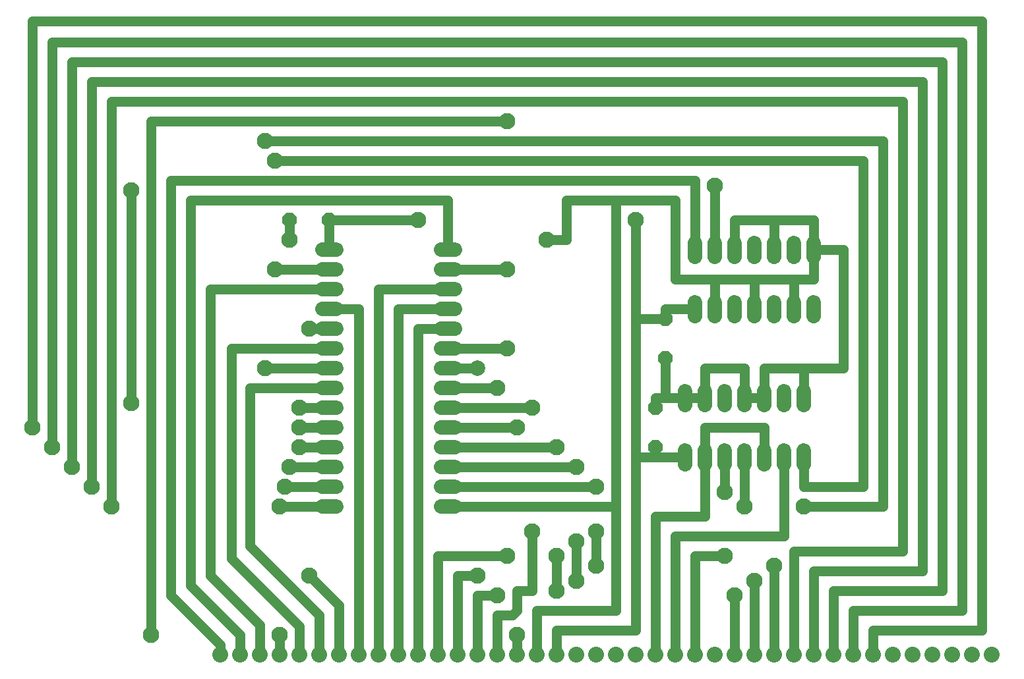
<source format=gbr>
G04 EAGLE Gerber RS-274X export*
G75*
%MOMM*%
%FSLAX34Y34*%
%LPD*%
%INBottom Copper*%
%IPPOS*%
%AMOC8*
5,1,8,0,0,1.08239X$1,22.5*%
G01*
%ADD10C,1.828800*%
%ADD11C,2.032000*%
%ADD12P,1.979475X8X112.500000*%
%ADD13P,1.979475X8X292.500000*%
%ADD14P,1.979475X8X202.500000*%
%ADD15C,2.100000*%
%ADD16C,1.270000*%
%ADD17C,2.000000*%


D10*
X561594Y-311150D02*
X543306Y-311150D01*
X543306Y-336550D02*
X561594Y-336550D01*
X561594Y-361950D02*
X543306Y-361950D01*
X543306Y-387350D02*
X561594Y-387350D01*
X561594Y-412750D02*
X543306Y-412750D01*
X543306Y-438150D02*
X561594Y-438150D01*
X561594Y-463550D02*
X543306Y-463550D01*
X543306Y-488950D02*
X561594Y-488950D01*
X561594Y-514350D02*
X543306Y-514350D01*
X543306Y-539750D02*
X561594Y-539750D01*
X561594Y-565150D02*
X543306Y-565150D01*
X543306Y-590550D02*
X561594Y-590550D01*
X561594Y-615950D02*
X543306Y-615950D01*
X543306Y-641350D02*
X561594Y-641350D01*
X409194Y-641350D02*
X390906Y-641350D01*
X390906Y-615950D02*
X409194Y-615950D01*
X409194Y-590550D02*
X390906Y-590550D01*
X390906Y-565150D02*
X409194Y-565150D01*
X409194Y-539750D02*
X390906Y-539750D01*
X390906Y-514350D02*
X409194Y-514350D01*
X409194Y-488950D02*
X390906Y-488950D01*
X390906Y-463550D02*
X409194Y-463550D01*
X409194Y-438150D02*
X390906Y-438150D01*
X390906Y-412750D02*
X409194Y-412750D01*
X409194Y-387350D02*
X390906Y-387350D01*
X390906Y-361950D02*
X409194Y-361950D01*
X409194Y-336550D02*
X390906Y-336550D01*
X390906Y-311150D02*
X409194Y-311150D01*
X857250Y-492506D02*
X857250Y-510794D01*
X882650Y-510794D02*
X882650Y-492506D01*
X1009650Y-492506D02*
X1009650Y-510794D01*
X1009650Y-568706D02*
X1009650Y-586994D01*
X908050Y-510794D02*
X908050Y-492506D01*
X933450Y-492506D02*
X933450Y-510794D01*
X984250Y-510794D02*
X984250Y-492506D01*
X958850Y-492506D02*
X958850Y-510794D01*
X984250Y-568706D02*
X984250Y-586994D01*
X958850Y-586994D02*
X958850Y-568706D01*
X933450Y-568706D02*
X933450Y-586994D01*
X908050Y-586994D02*
X908050Y-568706D01*
X882650Y-568706D02*
X882650Y-586994D01*
X857250Y-586994D02*
X857250Y-568706D01*
X869950Y-320294D02*
X869950Y-302006D01*
X895350Y-302006D02*
X895350Y-320294D01*
X1022350Y-320294D02*
X1022350Y-302006D01*
X1022350Y-378206D02*
X1022350Y-396494D01*
X920750Y-320294D02*
X920750Y-302006D01*
X946150Y-302006D02*
X946150Y-320294D01*
X996950Y-320294D02*
X996950Y-302006D01*
X971550Y-302006D02*
X971550Y-320294D01*
X996950Y-378206D02*
X996950Y-396494D01*
X971550Y-396494D02*
X971550Y-378206D01*
X946150Y-378206D02*
X946150Y-396494D01*
X920750Y-396494D02*
X920750Y-378206D01*
X895350Y-378206D02*
X895350Y-396494D01*
X869950Y-396494D02*
X869950Y-378206D01*
D11*
X260350Y-831850D03*
X285750Y-831850D03*
X311150Y-831850D03*
X336550Y-831850D03*
X361950Y-831850D03*
X387350Y-831850D03*
X412750Y-831850D03*
X438150Y-831850D03*
X463550Y-831850D03*
X488950Y-831850D03*
X514350Y-831850D03*
X539750Y-831850D03*
X565150Y-831850D03*
X590550Y-831850D03*
X615950Y-831850D03*
X641350Y-831850D03*
X666750Y-831850D03*
X692150Y-831850D03*
X717550Y-831850D03*
X742950Y-831850D03*
X768350Y-831850D03*
X793750Y-831850D03*
X819150Y-831850D03*
X844550Y-831850D03*
X869950Y-831850D03*
X895350Y-831850D03*
X920750Y-831850D03*
X946150Y-831850D03*
X971550Y-831850D03*
X996950Y-831850D03*
X1022350Y-831850D03*
X1047750Y-831850D03*
X1073150Y-831850D03*
X1098550Y-831850D03*
X1123950Y-831850D03*
X1149350Y-831850D03*
X1174750Y-831850D03*
X1200150Y-831850D03*
X1225550Y-831850D03*
X1250950Y-831850D03*
D12*
X819150Y-565150D03*
X819150Y-514350D03*
D13*
X831850Y-400050D03*
X831850Y-450850D03*
D14*
X400050Y-273050D03*
X349250Y-273050D03*
D15*
X679450Y-298450D03*
X349250Y-298450D03*
D16*
X819150Y-501650D02*
X831850Y-501650D01*
X857250Y-501650D01*
X882650Y-501650D01*
X882650Y-463550D01*
X933450Y-463550D01*
X933450Y-501650D01*
X958850Y-501650D01*
X958850Y-463550D01*
X1009650Y-463550D01*
X1009650Y-501650D01*
X1009650Y-463550D02*
X1060450Y-463550D01*
X1060450Y-311150D01*
X1022350Y-311150D01*
X920750Y-311150D02*
X920750Y-273050D01*
X971550Y-273050D01*
X971550Y-311150D01*
X971550Y-273050D02*
X1022350Y-273050D01*
X996950Y-349250D02*
X996950Y-387350D01*
X996950Y-349250D02*
X1022350Y-349250D01*
X1022350Y-311150D01*
X996950Y-349250D02*
X946150Y-349250D01*
X946150Y-387350D01*
X946150Y-349250D02*
X895350Y-349250D01*
X895350Y-387350D01*
X819150Y-501650D02*
X819150Y-514350D01*
X831850Y-501650D02*
X831850Y-450850D01*
X704850Y-298450D02*
X704850Y-247650D01*
X768350Y-247650D01*
X844550Y-247650D01*
X844550Y-349250D01*
X895350Y-349250D01*
X704850Y-298450D02*
X679450Y-298450D01*
X1022350Y-311150D02*
X1022350Y-273050D01*
X666750Y-774700D02*
X666750Y-831850D01*
X666750Y-774700D02*
X768350Y-774700D01*
X768350Y-641350D01*
X552450Y-641350D01*
X768350Y-641350D02*
X768350Y-247650D01*
X349250Y-273050D02*
X349250Y-298450D01*
X793750Y-577850D02*
X793750Y-800100D01*
X793750Y-577850D02*
X793750Y-400050D01*
X819150Y-577850D02*
X857250Y-577850D01*
X819150Y-577850D02*
X793750Y-577850D01*
D15*
X514350Y-273050D03*
X793750Y-273050D03*
D16*
X819150Y-565150D02*
X819150Y-577850D01*
X400050Y-311150D02*
X400050Y-273050D01*
X514350Y-273050D01*
X692150Y-800100D02*
X793750Y-800100D01*
X692150Y-800100D02*
X692150Y-831850D01*
X831850Y-387350D02*
X869950Y-387350D01*
X831850Y-387350D02*
X831850Y-400050D01*
X793750Y-400050D01*
X793750Y-273050D01*
D15*
X336550Y-806450D03*
X628650Y-336550D03*
D16*
X552450Y-336550D01*
X336550Y-806450D02*
X336550Y-831850D01*
D15*
X628650Y-146050D03*
X171450Y-806450D03*
D16*
X171450Y-146050D01*
X628650Y-146050D01*
X260350Y-819150D02*
X260350Y-831850D01*
X260350Y-819150D02*
X196850Y-755650D01*
X196850Y-222250D01*
X869950Y-222250D01*
X869950Y-311150D01*
X285750Y-806450D02*
X285750Y-831850D01*
X285750Y-806450D02*
X222250Y-742950D01*
X222250Y-247650D01*
X552450Y-247650D01*
X552450Y-311150D01*
X311150Y-793750D02*
X311150Y-831850D01*
X311150Y-793750D02*
X247650Y-730250D01*
X247650Y-361950D01*
X400050Y-361950D01*
X387350Y-781050D02*
X387350Y-831850D01*
X298450Y-692150D02*
X298450Y-488950D01*
X400050Y-488950D01*
X298450Y-692150D02*
X387350Y-781050D01*
D15*
X374650Y-412750D03*
D16*
X400050Y-412750D01*
X412750Y-768350D02*
X412750Y-831850D01*
D15*
X374650Y-730250D03*
D16*
X412750Y-768350D01*
X400050Y-387350D02*
X438150Y-387350D01*
X438150Y-831850D01*
X463550Y-831850D02*
X463550Y-361950D01*
X552450Y-361950D01*
X488950Y-387350D02*
X488950Y-831850D01*
X488950Y-387350D02*
X552450Y-387350D01*
X514350Y-412750D02*
X514350Y-831850D01*
X514350Y-412750D02*
X552450Y-412750D01*
X539750Y-704850D02*
X539750Y-831850D01*
D15*
X628650Y-704850D03*
X628650Y-438150D03*
D16*
X552450Y-438150D01*
X539750Y-704850D02*
X628650Y-704850D01*
X565150Y-730250D02*
X565150Y-831850D01*
X552450Y-463550D02*
X590550Y-463550D01*
D17*
X590550Y-463550D03*
D15*
X590550Y-730250D03*
D16*
X565150Y-730250D01*
X590550Y-755650D02*
X590550Y-831850D01*
D15*
X615950Y-755650D03*
X615950Y-488950D03*
D16*
X552450Y-488950D01*
X590550Y-755650D02*
X615950Y-755650D01*
X615950Y-781050D02*
X615950Y-831850D01*
D15*
X660400Y-673100D03*
X660400Y-514350D03*
D16*
X552450Y-514350D01*
X615950Y-781050D02*
X635000Y-781050D01*
X641350Y-774700D01*
X641350Y-749300D02*
X660400Y-749300D01*
X660400Y-673100D01*
X641350Y-749300D02*
X641350Y-774700D01*
D15*
X641350Y-539750D03*
D16*
X552450Y-539750D01*
D15*
X641350Y-806450D03*
D16*
X641350Y-831850D01*
X361950Y-795429D02*
X274574Y-708053D01*
X274574Y-438150D01*
X400050Y-438150D01*
X361950Y-795429D02*
X361950Y-831850D01*
X882650Y-577850D02*
X882650Y-539750D01*
X958850Y-539750D01*
X958850Y-577850D01*
X882650Y-654050D02*
X819150Y-654050D01*
X882650Y-654050D02*
X882650Y-577850D01*
X819150Y-654050D02*
X819150Y-831850D01*
X844550Y-679450D02*
X984250Y-679450D01*
X984250Y-577850D01*
X844550Y-679450D02*
X844550Y-831850D01*
D15*
X908050Y-704850D03*
X908050Y-622300D03*
D16*
X908050Y-577850D01*
X908050Y-704850D02*
X869950Y-704850D01*
X869950Y-831850D01*
D15*
X920750Y-755650D03*
X692150Y-565150D03*
D16*
X552450Y-565150D01*
X920750Y-755650D02*
X920750Y-831850D01*
D15*
X692150Y-749300D03*
X692150Y-704850D03*
D16*
X692150Y-749300D01*
D15*
X946150Y-736600D03*
X717550Y-590550D03*
D16*
X552450Y-590550D01*
X946150Y-736600D02*
X946150Y-831850D01*
D15*
X717550Y-736600D03*
X717550Y-685800D03*
D16*
X717550Y-736600D01*
D15*
X971550Y-717550D03*
X742950Y-615950D03*
D16*
X552450Y-615950D01*
X971550Y-717550D02*
X971550Y-831850D01*
D15*
X742950Y-717550D03*
X742950Y-673100D03*
D16*
X742950Y-717550D01*
D15*
X336550Y-641350D03*
X120650Y-641350D03*
D16*
X336550Y-641350D02*
X400050Y-641350D01*
X996950Y-698500D02*
X996950Y-831850D01*
X1136650Y-698500D02*
X1136650Y-120650D01*
X1136650Y-698500D02*
X996950Y-698500D01*
X1136650Y-120650D02*
X120650Y-120650D01*
X120650Y-641350D01*
D15*
X342900Y-615950D03*
X95250Y-615950D03*
D16*
X342900Y-615950D02*
X400050Y-615950D01*
X1022350Y-723900D02*
X1022350Y-831850D01*
X1022350Y-723900D02*
X1162050Y-723900D01*
X1162050Y-95250D02*
X95250Y-95250D01*
X1162050Y-95250D02*
X1162050Y-723900D01*
X95250Y-615950D02*
X95250Y-95250D01*
D15*
X349250Y-590550D03*
X69850Y-590550D03*
D16*
X349250Y-590550D02*
X400050Y-590550D01*
X1047750Y-749300D02*
X1047750Y-831850D01*
X1047750Y-749300D02*
X1187450Y-749300D01*
X1187450Y-69850D01*
X69850Y-69850D01*
X69850Y-590550D01*
D15*
X361950Y-565150D03*
X44450Y-565150D03*
D16*
X361950Y-565150D02*
X400050Y-565150D01*
X1073150Y-774700D02*
X1073150Y-831850D01*
X1073150Y-774700D02*
X1212850Y-774700D01*
X1212850Y-44450D01*
X44450Y-44450D01*
X44450Y-565150D01*
D15*
X361950Y-539750D03*
X19050Y-539750D03*
D16*
X361950Y-539750D02*
X400050Y-539750D01*
X1098550Y-800100D02*
X1098550Y-831850D01*
X1238250Y-17186D02*
X19050Y-17186D01*
X19050Y-539750D01*
X1098550Y-800100D02*
X1238250Y-800100D01*
X1238250Y-17186D01*
X1009650Y-577850D02*
X1009650Y-615950D01*
X1085850Y-615950D01*
X1085850Y-196850D01*
D15*
X330200Y-336550D03*
X330200Y-196850D03*
D16*
X1085850Y-196850D01*
X400050Y-336550D02*
X330200Y-336550D01*
D15*
X317500Y-463550D03*
X933450Y-641350D03*
D16*
X933450Y-577850D01*
D15*
X1009650Y-641350D03*
X317500Y-171450D03*
D16*
X1111250Y-171450D01*
X1111250Y-641350D02*
X1009650Y-641350D01*
X1111250Y-641350D02*
X1111250Y-171450D01*
X400050Y-463550D02*
X317500Y-463550D01*
D15*
X361950Y-514350D03*
D16*
X400050Y-514350D01*
D15*
X895350Y-228600D03*
D16*
X895350Y-311150D01*
D15*
X146050Y-234950D03*
X146050Y-508000D03*
D16*
X146050Y-234950D01*
M02*

</source>
